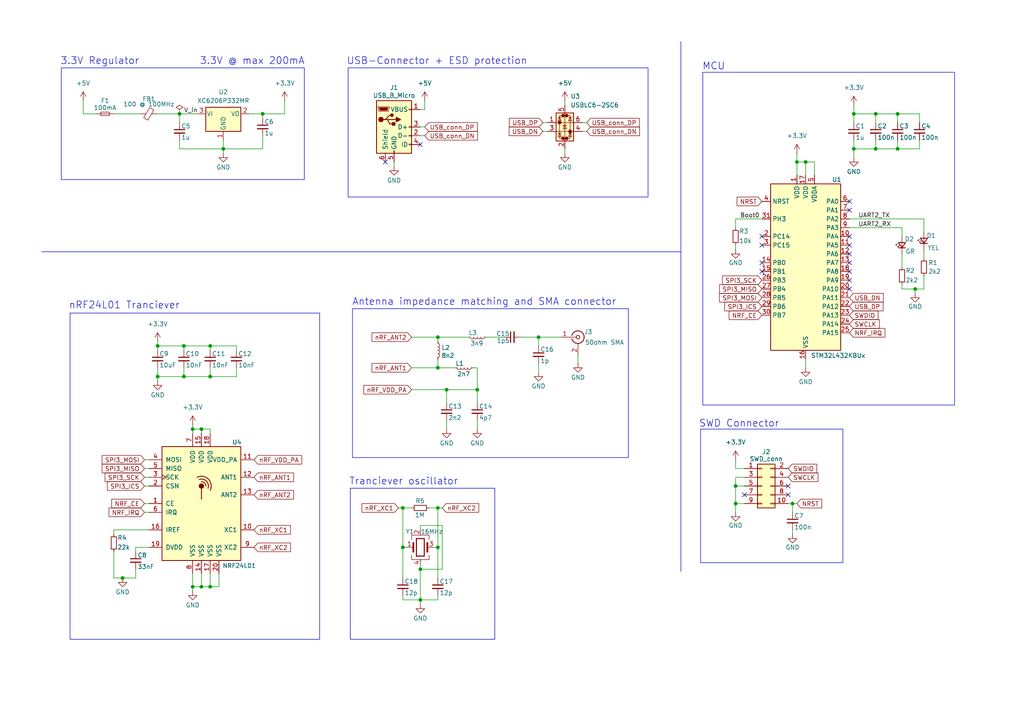
<source format=kicad_sch>
(kicad_sch (version 20231120) (generator "eeschema") (generator_version "8.0")
  (paper "A4")
  (title_block (title "STRF 2.4GHz RF-to-USB Dongle") (date "2025-05-05") (rev "Rev 1.0") (company "Siyar Onurlu"))
  (lib_symbols
    (symbol "Connector:Conn_Coaxial" (pin_names (offset 1.016) hide)
      (property "Reference" "J" (at 0.254 3.048 0))
      (property "Value" "Conn_Coaxial" (at 2.921 0 90))
      (symbol "Conn_Coaxial_0_1"
        (arc (start -1.778 -0.508) (mid 0.2311 -1.8066) (end 1.778 0) (stroke (width 0.254)))
        (polyline (pts (xy -2.54 0) (xy -0.508 0)))
        (polyline (pts (xy 0 -2.54) (xy 0 -1.778)))
        (circle (center 0 0) (radius 0.508) (stroke (width 0.2032)))
        (arc (start 1.778 0) (mid 0.2099 1.8101) (end -1.778 0.508) (stroke (width 0.254)))
      )
      (symbol "Conn_Coaxial_1_1"
        (pin passive line (at -5.08 0 0) (length 2.54) (name "In") (number "1"))
        (pin passive line (at 0 -5.08 90) (length 2.54) (name "Ext") (number "2"))
      )
    )
    (symbol "Connector:USB_B_Micro" (pin_names (offset 1.016))
      (property "Reference" "J" (at -5.08 11.43 0))
      (property "Value" "USB_B_Micro" (at -5.08 8.89 0))
      (symbol "USB_B_Micro_0_1"
        (rectangle (start -5.08 -7.62) (end 5.08 7.62) (stroke (width 0.254)) (fill (type background)))
        (circle (center -3.81 2.159) (radius 0.635) (stroke (width 0.254)) (fill (type outline)))
        (circle (center -0.635 3.429) (radius 0.381) (stroke (width 0.254)) (fill (type outline)))
        (rectangle (start -0.127 -7.62) (end 0.127 -6.858))
        (polyline (pts (xy -1.905 2.159) (xy 0.635 2.159)) (stroke (width 0.254)))
        (polyline (pts (xy -3.175 2.159) (xy -2.54 2.159) (xy -1.27 3.429) (xy -0.635 3.429)) (stroke (width 0.254)))
        (polyline (pts (xy -2.54 2.159) (xy -1.905 2.159) (xy -1.27 0.889) (xy 0 0.889)) (stroke (width 0.254)))
        (polyline (pts (xy 0.635 2.794) (xy 0.635 1.524) (xy 1.905 2.159) (xy 0.635 2.794)) (stroke (width 0.254)) (fill (type outline)))
        (polyline (pts (xy -4.318 5.588) (xy -1.778 5.588) (xy -2.032 4.826) (xy -4.064 4.826) (xy -4.318 5.588)) (fill (type outline)))
        (polyline (pts (xy -4.699 5.842) (xy -4.699 5.588) (xy -4.445 4.826) (xy -4.445 4.572) (xy -1.651 4.572) (xy -1.651 4.826) (xy -1.397 5.588) (xy -1.397 5.842) (xy -4.699 5.842)))
        (rectangle (start 0.254 1.27) (end -0.508 0.508) (stroke (width 0.254)) (fill (type outline)))
        (rectangle (start 5.08 -5.207) (end 4.318 -4.953))
        (rectangle (start 5.08 -2.667) (end 4.318 -2.413))
        (rectangle (start 5.08 -0.127) (end 4.318 0.127))
        (rectangle (start 5.08 4.953) (end 4.318 5.207))
      )
      (symbol "USB_B_Micro_1_1"
        (pin power_out line (at 7.62 5.08 180) (length 2.54) (name "VBUS") (number "1"))
        (pin bidirectional line (at 7.62 -2.54 180) (length 2.54) (name "D-") (number "2"))
        (pin bidirectional line (at 7.62 0 180) (length 2.54) (name "D+") (number "3"))
        (pin passive line (at 7.62 -5.08 180) (length 2.54) (name "ID") (number "4"))
        (pin power_out line (at 0 -10.16 90) (length 2.54) (name "GND") (number "5"))
        (pin passive line (at -2.54 -10.16 90) (length 2.54) (name "Shield") (number "6"))
      )
    )
    (symbol "Connector_Generic:Conn_02x05_Odd_Even" (pin_names (offset 1.016) hide)
      (property "Reference" "J" (at 1.27 7.62 0))
      (property "Value" "Conn_02x05_Odd_Even" (at 1.27 -7.62 0))
      (symbol "Conn_02x05_Odd_Even_1_1"
        (rectangle (start -1.27 -4.953) (end 0 -5.207) (stroke (width 0.1524)))
        (rectangle (start -1.27 -2.413) (end 0 -2.667) (stroke (width 0.1524)))
        (rectangle (start -1.27 0.127) (end 0 -0.127) (stroke (width 0.1524)))
        (rectangle (start -1.27 2.667) (end 0 2.413) (stroke (width 0.1524)))
        (rectangle (start -1.27 5.207) (end 0 4.953) (stroke (width 0.1524)))
        (rectangle (start -1.27 6.35) (end 3.81 -6.35) (stroke (width 0.254)) (fill (type background)))
        (rectangle (start 3.81 -4.953) (end 2.54 -5.207) (stroke (width 0.1524)))
        (rectangle (start 3.81 -2.413) (end 2.54 -2.667) (stroke (width 0.1524)))
        (rectangle (start 3.81 0.127) (end 2.54 -0.127) (stroke (width 0.1524)))
        (rectangle (start 3.81 2.667) (end 2.54 2.413) (stroke (width 0.1524)))
        (rectangle (start 3.81 5.207) (end 2.54 4.953) (stroke (width 0.1524)))
        (pin passive line (at -5.08 5.08 0) (length 3.81) (name "Pin_1") (number "1"))
        (pin passive line (at 7.62 -5.08 180) (length 3.81) (name "Pin_10") (number "10"))
        (pin passive line (at 7.62 5.08 180) (length 3.81) (name "Pin_2") (number "2"))
        (pin passive line (at -5.08 2.54 0) (length 3.81) (name "Pin_3") (number "3"))
        (pin passive line (at 7.62 2.54 180) (length 3.81) (name "Pin_4") (number "4"))
        (pin passive line (at -5.08 0 0) (length 3.81) (name "Pin_5") (number "5"))
        (pin passive line (at 7.62 0 180) (length 3.81) (name "Pin_6") (number "6"))
        (pin passive line (at -5.08 -2.54 0) (length 3.81) (name "Pin_7") (number "7"))
        (pin passive line (at 7.62 -2.54 180) (length 3.81) (name "Pin_8") (number "8"))
        (pin passive line (at -5.08 -5.08 0) (length 3.81) (name "Pin_9") (number "9"))
      )
    )
    (symbol "Device:C_Small" (pin_numbers hide) (pin_names (offset 0.254) hide)
      (property "Reference" "C" (at 0.254 1.778 0))
      (property "Value" "C_Small" (at 0.254 -2.032 0))
      (symbol "C_Small_0_1"
        (polyline (pts (xy -1.524 -0.508) (xy 1.524 -0.508)) (stroke (width 0.3302)))
        (polyline (pts (xy -1.524 0.508) (xy 1.524 0.508)) (stroke (width 0.3048)))
      )
      (symbol "C_Small_1_1"
        (pin passive line (at 0 2.54 270) (length 2.032) (name "~") (number "1"))
        (pin passive line (at 0 -2.54 90) (length 2.032) (name "~") (number "2"))
      )
    )
    (symbol "Device:Crystal_GND24" (pin_names (offset 1.016) hide)
      (property "Reference" "Y" (at 3.175 5.08 0))
      (property "Value" "Crystal_GND24" (at 3.175 3.175 0))
      (symbol "Crystal_GND24_0_1"
        (rectangle (start -1.143 2.54) (end 1.143 -2.54) (stroke (width 0.3048)))
        (polyline (pts (xy -2.54 0) (xy -2.032 0)))
        (polyline (pts (xy -2.032 -1.27) (xy -2.032 1.27)) (stroke (width 0.508)))
        (polyline (pts (xy 0 -3.81) (xy 0 -3.556)))
        (polyline (pts (xy 0 3.556) (xy 0 3.81)))
        (polyline (pts (xy 2.032 -1.27) (xy 2.032 1.27)) (stroke (width 0.508)))
        (polyline (pts (xy 2.032 0) (xy 2.54 0)))
        (polyline (pts (xy -2.54 -2.286) (xy -2.54 -3.556) (xy 2.54 -3.556) (xy 2.54 -2.286)))
        (polyline (pts (xy -2.54 2.286) (xy -2.54 3.556) (xy 2.54 3.556) (xy 2.54 2.286)))
      )
      (symbol "Crystal_GND24_1_1"
        (pin passive line (at -3.81 0 0) (length 1.27) (name "1") (number "1"))
        (pin passive line (at 0 5.08 270) (length 1.27) (name "2") (number "2"))
        (pin passive line (at 3.81 0 180) (length 1.27) (name "3") (number "3"))
        (pin passive line (at 0 -5.08 90) (length 1.27) (name "4") (number "4"))
      )
    )
    (symbol "Device:FerriteBead_Small" (pin_numbers hide) (pin_names (offset 0))
      (property "Reference" "FB" (at 1.905 1.27 0))
      (property "Value" "FerriteBead_Small" (at 1.905 -1.27 0))
      (symbol "FerriteBead_Small_0_1"
        (polyline (pts (xy 0 -1.27) (xy 0 -0.7874)))
        (polyline (pts (xy 0 0.889) (xy 0 1.2954)))
        (polyline (pts (xy -1.8288 0.2794) (xy -1.1176 1.4986) (xy 1.8288 -0.2032) (xy 1.1176 -1.4224) (xy -1.8288 0.2794)))
      )
      (symbol "FerriteBead_Small_1_1"
        (pin passive line (at 0 2.54 270) (length 1.27) (name "~") (number "1"))
        (pin passive line (at 0 -2.54 90) (length 1.27) (name "~") (number "2"))
      )
    )
    (symbol "Device:Fuse_Small" (pin_numbers hide) (pin_names (offset 0.254) hide)
      (property "Reference" "F" (at 0 -1.524 0))
      (property "Value" "Fuse_Small" (at 0 1.524 0))
      (symbol "Fuse_Small_0_1"
        (rectangle (start -1.27 0.508) (end 1.27 -0.508))
        (polyline (pts (xy -1.27 0) (xy 1.27 0)))
      )
      (symbol "Fuse_Small_1_1"
        (pin passive line (at -2.54 0 0) (length 1.27) (name "~") (number "1"))
        (pin passive line (at 2.54 0 180) (length 1.27) (name "~") (number "2"))
      )
    )
    (symbol "Device:LED_Small" (pin_numbers hide) (pin_names (offset 0.254) hide)
      (property "Reference" "D" (at -1.27 3.175 0))
      (property "Value" "LED_Small" (at -4.445 -2.54 0))
      (symbol "LED_Small_0_1"
        (polyline (pts (xy -0.762 -1.016) (xy -0.762 1.016)) (stroke (width 0.254)))
        (polyline (pts (xy 1.016 0) (xy -0.762 0)))
        (polyline (pts (xy 0.762 -1.016) (xy -0.762 0) (xy 0.762 1.016) (xy 0.762 -1.016)) (stroke (width 0.254)))
        (polyline (pts (xy 0 0.762) (xy -0.508 1.27) (xy -0.254 1.27) (xy -0.508 1.27) (xy -0.508 1.016)))
        (polyline (pts (xy 0.508 1.27) (xy 0 1.778) (xy 0.254 1.778) (xy 0 1.778) (xy 0 1.524)))
      )
      (symbol "LED_Small_1_1"
        (pin passive line (at -2.54 0 0) (length 1.778) (name "K") (number "1"))
        (pin passive line (at 2.54 0 180) (length 1.778) (name "A") (number "2"))
      )
    )
    (symbol "Device:L_Small" (pin_numbers hide) (pin_names (offset 0.254) hide)
      (property "Reference" "L" (at 0.762 1.016 0))
      (property "Value" "L_Small" (at 0.762 -1.016 0))
      (symbol "L_Small_0_1"
        (arc (start 0 -2.032) (mid 0.5058 -1.524) (end 0 -1.016))
        (arc (start 0 -1.016) (mid 0.5058 -0.508) (end 0 0))
        (arc (start 0 0) (mid 0.5058 0.508) (end 0 1.016))
        (arc (start 0 1.016) (mid 0.5058 1.524) (end 0 2.032))
      )
      (symbol "L_Small_1_1"
        (pin passive line (at 0 2.54 270) (length 0.508) (name "~") (number "1"))
        (pin passive line (at 0 -2.54 90) (length 0.508) (name "~") (number "2"))
      )
    )
    (symbol "Device:R_Small" (pin_numbers hide) (pin_names (offset 0.254) hide)
      (property "Reference" "R" (at 0.762 0.508 0))
      (property "Value" "R_Small" (at 0.762 -1.016 0))
      (symbol "R_Small_0_1"
        (rectangle (start -0.762 1.778) (end 0.762 -1.778) (stroke (width 0.2032)))
      )
      (symbol "R_Small_1_1"
        (pin passive line (at 0 2.54 270) (length 0.762) (name "~") (number "1"))
        (pin passive line (at 0 -2.54 90) (length 0.762) (name "~") (number "2"))
      )
    )
    (symbol "MCU_ST_STM32L4:STM32L432KBUx"
      (property "Reference" "U" (at -10.16 26.67 0))
      (property "Value" "STM32L432KBUx" (at 5.08 26.67 0))
      (symbol "STM32L432KBUx_0_1"
        (rectangle (start -10.16 -22.86) (end 10.16 25.4) (stroke (width 0.254)) (fill (type background)))
      )
      (symbol "STM32L432KBUx_1_1"
        (pin power_in line (at -2.54 27.94 270) (length 2.54) (name "VDD") (number "1"))
        (pin bidirectional line (at 12.7 10.16 180) (length 2.54) (name "PA4") (number "10"))
        (pin bidirectional line (at 12.7 7.62 180) (length 2.54) (name "PA5") (number "11"))
        (pin bidirectional line (at 12.7 5.08 180) (length 2.54) (name "PA6") (number "12"))
        (pin bidirectional line (at 12.7 2.54 180) (length 2.54) (name "PA7") (number "13"))
        (pin bidirectional line (at -12.7 2.54 0) (length 2.54) (name "PB0") (number "14"))
        (pin bidirectional line (at -12.7 0 0) (length 2.54) (name "PB1") (number "15"))
        (pin power_in line (at 0 -25.4 90) (length 2.54) (name "VSS") (number "16"))
        (pin power_in line (at 0 27.94 270) (length 2.54) (name "VDD") (number "17"))
        (pin bidirectional line (at 12.7 0 180) (length 2.54) (name "PA8") (number "18"))
        (pin bidirectional line (at 12.7 -2.54 180) (length 2.54) (name "PA9") (number "19"))
        (pin bidirectional line (at -12.7 10.16 0) (length 2.54) (name "PC14") (number "2"))
        (pin bidirectional line (at 12.7 -5.08 180) (length 2.54) (name "PA10") (number "20"))
        (pin bidirectional line (at 12.7 -7.62 180) (length 2.54) (name "PA11") (number "21"))
        (pin bidirectional line (at 12.7 -10.16 180) (length 2.54) (name "PA12") (number "22"))
        (pin bidirectional line (at 12.7 -12.7 180) (length 2.54) (name "PA13") (number "23"))
        (pin bidirectional line (at 12.7 -15.24 180) (length 2.54) (name "PA14") (number "24"))
        (pin bidirectional line (at 12.7 -17.78 180) (length 2.54) (name "PA15") (number "25"))
        (pin bidirectional line (at -12.7 -2.54 0) (length 2.54) (name "PB3") (number "26"))
        (pin bidirectional line (at -12.7 -5.08 0) (length 2.54) (name "PB4") (number "27"))
        (pin bidirectional line (at -12.7 -7.62 0) (length 2.54) (name "PB5") (number "28"))
        (pin bidirectional line (at -12.7 -10.16 0) (length 2.54) (name "PB6") (number "29"))
        (pin bidirectional line (at -12.7 7.62 0) (length 2.54) (name "PC15") (number "3"))
        (pin bidirectional line (at -12.7 -12.7 0) (length 2.54) (name "PB7") (number "30"))
        (pin bidirectional line (at -12.7 15.24 0) (length 2.54) (name "PH3") (number "31"))
        (pin passive line (at 0 -25.4 90) (length 2.54) hide (name "VSS") (number "32"))
        (pin passive line (at 0 -25.4 90) (length 2.54) hide (name "VSS") (number "33"))
        (pin input line (at -12.7 20.32 0) (length 2.54) (name "NRST") (number "4"))
        (pin power_in line (at 2.54 27.94 270) (length 2.54) (name "VDDA") (number "5"))
        (pin bidirectional line (at 12.7 20.32 180) (length 2.54) (name "PA0") (number "6"))
        (pin bidirectional line (at 12.7 17.78 180) (length 2.54) (name "PA1") (number "7"))
        (pin bidirectional line (at 12.7 15.24 180) (length 2.54) (name "PA2") (number "8"))
        (pin bidirectional line (at 12.7 12.7 180) (length 2.54) (name "PA3") (number "9"))
      )
    )
    (symbol "Power_Protection:USBLC6-2SC6" (pin_names hide)
      (property "Reference" "U" (at 0.635 5.715 0))
      (property "Value" "USBLC6-2SC6" (at 0.635 3.81 0))
      (symbol "USBLC6-2SC6_0_0"
        (circle (center -1.524 0) (radius 0.0001) (stroke (width 0.508)))
        (circle (center -0.508 -4.572) (radius 0.0001) (stroke (width 0.508)))
        (circle (center -0.508 2.032) (radius 0.0001) (stroke (width 0.508)))
        (circle (center 0.508 -4.572) (radius 0.0001) (stroke (width 0.508)))
        (circle (center 0.508 2.032) (radius 0.0001) (stroke (width 0.508)))
        (circle (center 1.524 -2.54) (radius 0.0001) (stroke (width 0.508)))
      )
      (symbol "USBLC6-2SC6_0_1"
        (polyline (pts (xy -2.54 -2.54) (xy 2.54 -2.54)))
        (polyline (pts (xy -2.54 0) (xy 2.54 0)))
        (polyline (pts (xy -2.032 -3.048) (xy -1.016 -3.048)))
        (polyline (pts (xy -1.016 1.524) (xy -2.032 1.524)))
        (polyline (pts (xy 1.016 -3.048) (xy 2.032 -3.048)))
        (polyline (pts (xy 1.016 1.524) (xy 2.032 1.524)))
        (polyline (pts (xy -0.508 -1.143) (xy -0.508 -0.762) (xy 0.508 -0.762)))
        (polyline (pts (xy -2.032 0.508) (xy -1.016 0.508) (xy -1.524 1.524) (xy -2.032 0.508)))
        (polyline (pts (xy -1.016 -4.064) (xy -2.032 -4.064) (xy -1.524 -3.048) (xy -1.016 -4.064)))
        (polyline (pts (xy 0.508 -1.778) (xy -0.508 -1.778) (xy 0 -0.762) (xy 0.508 -1.778)))
        (polyline (pts (xy 2.032 -4.064) (xy 1.016 -4.064) (xy 1.524 -3.048) (xy 2.032 -4.064)))
        (polyline (pts (xy 2.032 0.508) (xy 1.016 0.508) (xy 1.524 1.524) (xy 2.032 0.508)))
        (polyline (pts (xy 0 2.54) (xy -0.508 2.032) (xy 0.508 2.032) (xy 0 1.524) (xy 0 -4.064) (xy -0.508 -4.572) (xy 0.508 -4.572) (xy 0 -5.08)))
      )
      (symbol "USBLC6-2SC6_1_1"
        (rectangle (start -2.54 2.794) (end 2.54 -5.334) (stroke (width 0.254)) (fill (type background)))
        (polyline (pts (xy -0.508 2.032) (xy -1.524 2.032) (xy -1.524 -4.572) (xy -0.508 -4.572)))
        (polyline (pts (xy 0.508 -4.572) (xy 1.524 -4.572) (xy 1.524 2.032) (xy 0.508 2.032)))
        (pin passive line (at -5.08 0 0) (length 2.54) (name "I/O1") (number "1"))
        (pin passive line (at 0 -7.62 90) (length 2.54) (name "GND") (number "2"))
        (pin passive line (at -5.08 -2.54 0) (length 2.54) (name "I/O2") (number "3"))
        (pin passive line (at 5.08 -2.54 180) (length 2.54) (name "I/O2") (number "4"))
        (pin passive line (at 0 5.08 270) (length 2.54) (name "VBUS") (number "5"))
        (pin passive line (at 5.08 0 180) (length 2.54) (name "I/O1") (number "6"))
      )
    )
    (symbol "RF:NRF24L01" (pin_names (offset 1.016))
      (property "Reference" "U" (at -11.43 17.78 0))
      (property "Value" "NRF24L01" (at 5.08 17.78 0))
      (symbol "NRF24L01_0_1"
        (rectangle (start -11.43 16.51) (end 11.43 -16.51) (stroke (width 0.254)) (fill (type background)))
        (polyline (pts (xy 0 4.445) (xy 0 1.27)) (stroke (width 0.254)))
        (circle (center 0 5.08) (radius 0.635) (stroke (width 0.254)) (fill (type outline)))
        (arc (start 1.27 5.08) (mid 0.9071 5.9946) (end 0 6.35) (stroke (width 0.254)))
        (arc (start 1.905 4.445) (mid 1.4313 6.5254) (end -0.635 6.985) (stroke (width 0.254)))
        (arc (start 2.54 3.81) (mid 2.008 7.088) (end -1.27 7.62) (stroke (width 0.254)))
        (rectangle (start 11.43 -13.97) (end 11.43 -13.97))
      )
      (symbol "NRF24L01_1_1"
        (pin input line (at -15.24 0 0) (length 3.81) (name "CE") (number "1"))
        (pin passive line (at 15.24 -7.62 180) (length 3.81) (name "XC1") (number "10"))
        (pin power_out line (at 15.24 12.7 180) (length 3.81) (name "VDD_PA") (number "11"))
        (pin passive line (at 15.24 7.62 180) (length 3.81) (name "ANT1") (number "12"))
        (pin passive line (at 15.24 2.54 180) (length 3.81) (name "ANT2") (number "13"))
        (pin power_in line (at 0 -20.32 90) (length 3.81) (name "VSS") (number "14"))
        (pin power_in line (at 0 20.32 270) (length 3.81) (name "VDD") (number "15"))
        (pin passive line (at -15.24 -7.62 0) (length 3.81) (name "IREF") (number "16"))
        (pin power_in line (at 2.54 -20.32 90) (length 3.81) (name "VSS") (number "17"))
        (pin power_in line (at 2.54 20.32 270) (length 3.81) (name "VDD") (number "18"))
        (pin power_out line (at -15.24 -12.7 0) (length 3.81) (name "DVDD") (number "19"))
        (pin input line (at -15.24 5.08 0) (length 3.81) (name "CSN") (number "2"))
        (pin power_in line (at 5.08 -20.32 90) (length 3.81) (name "VSS") (number "20"))
        (pin input clock (at -15.24 7.62 0) (length 3.81) (name "SCK") (number "3"))
        (pin input line (at -15.24 12.7 0) (length 3.81) (name "MOSI") (number "4"))
        (pin output line (at -15.24 10.16 0) (length 3.81) (name "MISO") (number "5"))
        (pin output line (at -15.24 -2.54 0) (length 3.81) (name "IRQ") (number "6"))
        (pin power_in line (at -2.54 20.32 270) (length 3.81) (name "VDD") (number "7"))
        (pin power_in line (at -2.54 -20.32 90) (length 3.81) (name "VSS") (number "8"))
        (pin passive line (at 15.24 -12.7 180) (length 3.81) (name "XC2") (number "9"))
      )
    )
    (symbol "Regulator_Linear:XC6206PxxxMR" (pin_names (offset 0.254))
      (property "Reference" "U" (at -3.81 3.175 0))
      (property "Value" "XC6206PxxxMR" (at 0 3.175 0))
      (symbol "XC6206PxxxMR_0_1"
        (rectangle (start -5.08 1.905) (end 5.08 -5.08) (stroke (width 0.254)) (fill (type background)))
      )
      (symbol "XC6206PxxxMR_1_1"
        (pin power_in line (at 0 -7.62 90) (length 2.54) (name "GND") (number "1"))
        (pin power_out line (at 7.62 0 180) (length 2.54) (name "VO") (number "2"))
        (pin power_in line (at -7.62 0 0) (length 2.54) (name "VI") (number "3"))
      )
    )
    (symbol "power:+3.3V" (power) (pin_numbers hide) (pin_names (offset 0) hide)
      (property "Value" "+3.3V" (at 0 3.556 0))
      (symbol "+3.3V_0_1"
        (polyline (pts (xy -0.762 1.27) (xy 0 2.54)))
        (polyline (pts (xy 0 0) (xy 0 2.54)))
        (polyline (pts (xy 0 2.54) (xy 0.762 1.27)))
      )
      (symbol "+3.3V_1_1"
        (pin power_in line (at 0 0 90) (length 0) (name "~") (number "1"))
      )
    )
    (symbol "power:+5V" (power) (pin_numbers hide) (pin_names (offset 0) hide)
      (property "Value" "+5V" (at 0 3.556 0))
      (symbol "+5V_0_1"
        (polyline (pts (xy -0.762 1.27) (xy 0 2.54)))
        (polyline (pts (xy 0 0) (xy 0 2.54)))
        (polyline (pts (xy 0 2.54) (xy 0.762 1.27)))
      )
      (symbol "+5V_1_1"
        (pin power_in line (at 0 0 90) (length 0) (name "~") (number "1"))
      )
    )
    (symbol "power:GND" (power) (pin_numbers hide) (pin_names (offset 0) hide)
      (property "Value" "GND" (at 0 -3.81 0))
      (symbol "GND_0_1"
        (polyline (pts (xy 0 0) (xy 0 -1.27) (xy 1.27 -1.27) (xy 0 -2.54) (xy -1.27 -1.27) (xy 0 -1.27)))
      )
      (symbol "GND_1_1"
        (pin power_in line (at 0 0 270) (length 0) (name "~") (number "1"))
      )
    )
    (symbol "power:PWR_FLAG" (power) (pin_numbers hide) (pin_names (offset 0) hide)
      (property "Value" "PWR_FLAG" (at 0 3.81 0))
      (symbol "PWR_FLAG_0_0"
        (pin power_out line (at 0 0 90) (length 0) (name "~") (number "1"))
      )
      (symbol "PWR_FLAG_0_1"
        (polyline (pts (xy 0 0) (xy 0 1.27) (xy -1.016 1.905) (xy 0 2.54) (xy 1.016 1.905) (xy 0 1.27)))
      )
    )
  )
  (junction (at 247.65 43.18))
  (junction (at 213.36 140.97))
  (junction (at 127 147.32))
  (junction (at 60.96 170.18))
  (junction (at 213.36 146.05))
  (junction (at 45.72 100.33))
  (junction (at 116.84 147.32))
  (junction (at 247.65 33.02))
  (junction (at 260.35 43.18))
  (junction (at 129.54 113.03))
  (junction (at 55.88 124.46))
  (junction (at 127 106.68))
  (junction (at 35.56 167.64))
  (junction (at 254 43.18))
  (junction (at 60.96 100.33))
  (junction (at 260.35 33.02))
  (junction (at 58.42 170.18))
  (junction (at 127 97.79))
  (junction (at 265.43 83.82))
  (junction (at 233.68 46.99))
  (junction (at 52.07 33.02))
  (junction (at 229.87 146.05))
  (junction (at 58.42 124.46))
  (junction (at 121.92 173.99))
  (junction (at 116.84 158.75))
  (junction (at 121.92 165.1))
  (junction (at 138.43 113.03))
  (junction (at 45.72 109.22))
  (junction (at 127 158.75))
  (junction (at 60.96 109.22))
  (junction (at 53.34 100.33))
  (junction (at 76.2 33.02))
  (junction (at 254 33.02))
  (junction (at 55.88 170.18))
  (junction (at 231.14 46.99))
  (junction (at 156.21 97.79))
  (junction (at 64.77 43.18))
  (junction (at 53.34 109.22))
  (no_connect (at 215.9 143.51))
  (no_connect (at 220.98 68.58))
  (no_connect (at 246.38 81.28))
  (no_connect (at 228.6 140.97))
  (no_connect (at 246.38 71.12))
  (no_connect (at 111.76 46.99))
  (no_connect (at 220.98 71.12))
  (no_connect (at 246.38 76.2))
  (no_connect (at 246.38 83.82))
  (no_connect (at 228.6 143.51))
  (no_connect (at 246.38 68.58))
  (no_connect (at 246.38 73.66))
  (no_connect (at 246.38 60.96))
  (no_connect (at 220.98 78.74))
  (no_connect (at 246.38 78.74))
  (no_connect (at 121.92 41.91))
  (no_connect (at 220.98 76.2))
  (no_connect (at 246.38 58.42))
  (wire (pts (xy 121.92 173.99) (xy 127 173.99)))
  (wire (pts (xy 68.58 100.33) (xy 60.96 100.33)))
  (wire (pts (xy 246.38 63.5) (xy 267.97 63.5)))
  (wire (pts (xy 213.36 140.97) (xy 213.36 138.43)))
  (wire (pts (xy 64.77 40.64) (xy 64.77 43.18)))
  (wire (pts (xy 138.43 121.92) (xy 138.43 124.46)))
  (wire (pts (xy 45.72 109.22) (xy 45.72 110.49)))
  (wire (pts (xy 156.21 105.41) (xy 156.21 107.95)))
  (wire (pts (xy 156.21 97.79) (xy 156.21 100.33)))
  (wire (pts (xy 41.91 148.59) (xy 43.18 148.59)))
  (wire (pts (xy 213.36 146.05) (xy 213.36 148.59)))
  (wire (pts (xy 127 158.75) (xy 125.73 158.75)))
  (wire (pts (xy 260.35 33.02) (xy 266.7 33.02)))
  (wire (pts (xy 68.58 101.6) (xy 68.58 100.33)))
  (wire (pts (xy 127 147.32) (xy 127 158.75)))
  (wire (pts (xy 129.54 121.92) (xy 129.54 124.46)))
  (wire (pts (xy 229.87 153.67) (xy 229.87 154.94)))
  (wire (pts (xy 229.87 148.59) (xy 229.87 146.05)))
  (wire (pts (xy 41.91 146.05) (xy 43.18 146.05)))
  (wire (pts (xy 254 33.02) (xy 260.35 33.02)))
  (wire (pts (xy 267.97 72.39) (xy 267.97 74.93)))
  (wire (pts (xy 231.14 44.45) (xy 231.14 46.99)))
  (wire (pts (xy 41.91 135.89) (xy 43.18 135.89)))
  (wire (pts (xy 121.92 31.75) (xy 123.19 31.75)))
  (wire (pts (xy 52.07 40.64) (xy 52.07 43.18)))
  (wire (pts (xy 215.9 140.97) (xy 213.36 140.97)))
  (wire (pts (xy 33.02 33.02) (xy 40.64 33.02)))
  (wire (pts (xy 246.38 66.04) (xy 261.62 66.04)))
  (wire (pts (xy 60.96 100.33) (xy 60.96 101.6)))
  (wire (pts (xy 261.62 73.66) (xy 261.62 77.47)))
  (wire (pts (xy 82.55 33.02) (xy 82.55 29.21)))
  (wire (pts (xy 33.02 153.67) (xy 33.02 154.94)))
  (wire (pts (xy 247.65 43.18) (xy 247.65 45.72)))
  (wire (pts (xy 33.02 153.67) (xy 43.18 153.67)))
  (wire (pts (xy 116.84 147.32) (xy 116.84 158.75)))
  (wire (pts (xy 128.27 152.4) (xy 128.27 165.1)))
  (wire (pts (xy 163.83 43.18) (xy 163.83 44.45)))
  (wire (pts (xy 261.62 82.55) (xy 261.62 83.82)))
  (wire (pts (xy 121.92 153.67) (xy 121.92 152.4)))
  (wire (pts (xy 129.54 113.03) (xy 129.54 116.84)))
  (wire (pts (xy 260.35 40.64) (xy 260.35 43.18)))
  (wire (pts (xy 52.07 43.18) (xy 64.77 43.18)))
  (wire (pts (xy 55.88 170.18) (xy 55.88 171.45)))
  (wire (pts (xy 116.84 158.75) (xy 118.11 158.75)))
  (wire (pts (xy 168.91 38.1) (xy 170.18 38.1)))
  (wire (pts (xy 138.43 106.68) (xy 137.16 106.68)))
  (wire (pts (xy 63.5 166.37) (xy 63.5 170.18)))
  (wire (pts (xy 53.34 109.22) (xy 60.96 109.22)))
  (wire (pts (xy 127 172.72) (xy 127 173.99)))
  (wire (pts (xy 254 40.64) (xy 254 43.18)))
  (wire (pts (xy 64.77 43.18) (xy 64.77 44.45)))
  (wire (pts (xy 43.18 158.75) (xy 39.37 158.75)))
  (wire (pts (xy 213.36 71.12) (xy 213.36 72.39)))
  (wire (pts (xy 138.43 113.03) (xy 138.43 106.68)))
  (wire (pts (xy 266.7 40.64) (xy 266.7 43.18)))
  (wire (pts (xy 229.87 146.05) (xy 231.14 146.05)))
  (wire (pts (xy 55.88 123.19) (xy 55.88 124.46)))
  (wire (pts (xy 157.48 38.1) (xy 158.75 38.1)))
  (wire (pts (xy 233.68 46.99) (xy 231.14 46.99)))
  (wire (pts (xy 58.42 124.46) (xy 55.88 124.46)))
  (wire (pts (xy 116.84 173.99) (xy 121.92 173.99)))
  (wire (pts (xy 213.36 146.05) (xy 213.36 140.97)))
  (wire (pts (xy 58.42 124.46) (xy 58.42 125.73)))
  (wire (pts (xy 60.96 166.37) (xy 60.96 170.18)))
  (wire (pts (xy 64.77 43.18) (xy 76.2 43.18)))
  (wire (pts (xy 167.64 102.87) (xy 167.64 105.41)))
  (wire (pts (xy 254 43.18) (xy 247.65 43.18)))
  (wire (pts (xy 116.84 147.32) (xy 119.38 147.32)))
  (wire (pts (xy 121.92 36.83) (xy 123.19 36.83)))
  (wire (pts (xy 215.9 146.05) (xy 213.36 146.05)))
  (wire (pts (xy 267.97 80.01) (xy 267.97 83.82)))
  (wire (pts (xy 215.9 135.89) (xy 213.36 135.89)))
  (wire (pts (xy 45.72 106.68) (xy 45.72 109.22)))
  (wire (pts (xy 247.65 33.02) (xy 247.65 35.56)))
  (wire (pts (xy 55.88 124.46) (xy 55.88 125.73)))
  (wire (pts (xy 127 147.32) (xy 128.27 147.32)))
  (wire (pts (xy 229.87 146.05) (xy 228.6 146.05)))
  (wire (pts (xy 123.19 31.75) (xy 123.19 29.21)))
  (wire (pts (xy 266.7 43.18) (xy 260.35 43.18)))
  (wire (pts (xy 119.38 106.68) (xy 127 106.68)))
  (wire (pts (xy 45.72 109.22) (xy 53.34 109.22)))
  (wire (pts (xy 72.39 33.02) (xy 76.2 33.02)))
  (wire (pts (xy 45.72 100.33) (xy 45.72 101.6)))
  (wire (pts (xy 266.7 33.02) (xy 266.7 35.56)))
  (wire (pts (xy 39.37 167.64) (xy 35.56 167.64)))
  (wire (pts (xy 52.07 35.56) (xy 52.07 33.02)))
  (wire (pts (xy 33.02 160.02) (xy 33.02 167.64)))
  (wire (pts (xy 58.42 170.18) (xy 55.88 170.18)))
  (wire (pts (xy 119.38 113.03) (xy 129.54 113.03)))
  (wire (pts (xy 121.92 152.4) (xy 128.27 152.4)))
  (wire (pts (xy 76.2 34.29) (xy 76.2 33.02)))
  (wire (pts (xy 254 33.02) (xy 254 35.56)))
  (wire (pts (xy 24.13 33.02) (xy 27.94 33.02)))
  (wire (pts (xy 127 106.68) (xy 127 104.14)))
  (wire (pts (xy 163.83 29.21) (xy 163.83 30.48)))
  (wire (pts (xy 157.48 35.56) (xy 158.75 35.56)))
  (wire (pts (xy 39.37 158.75) (xy 39.37 160.02)))
  (wire (pts (xy 76.2 33.02) (xy 82.55 33.02)))
  (wire (pts (xy 45.72 99.06) (xy 45.72 100.33)))
  (wire (pts (xy 68.58 109.22) (xy 68.58 106.68)))
  (wire (pts (xy 261.62 66.04) (xy 261.62 68.58)))
  (wire (pts (xy 261.62 83.82) (xy 265.43 83.82)))
  (wire (pts (xy 213.36 135.89) (xy 213.36 133.35)))
  (wire (pts (xy 55.88 166.37) (xy 55.88 170.18)))
  (wire (pts (xy 233.68 50.8) (xy 233.68 46.99)))
  (wire (pts (xy 114.3 46.99) (xy 114.3 48.26)))
  (wire (pts (xy 76.2 39.37) (xy 76.2 43.18)))
  (wire (pts (xy 236.22 46.99) (xy 233.68 46.99)))
  (wire (pts (xy 116.84 172.72) (xy 116.84 173.99)))
  (wire (pts (xy 45.72 33.02) (xy 52.07 33.02)))
  (wire (pts (xy 220.98 63.5) (xy 213.36 63.5)))
  (wire (pts (xy 151.13 97.79) (xy 156.21 97.79)))
  (wire (pts (xy 138.43 113.03) (xy 129.54 113.03)))
  (polyline (pts (xy 12.065 73.025) (xy 197.485 73.025)))
  (wire (pts (xy 247.65 33.02) (xy 254 33.02)))
  (wire (pts (xy 213.36 63.5) (xy 213.36 66.04)))
  (wire (pts (xy 116.84 158.75) (xy 116.84 167.64)))
  (wire (pts (xy 267.97 63.5) (xy 267.97 67.31)))
  (wire (pts (xy 124.46 147.32) (xy 127 147.32)))
  (wire (pts (xy 39.37 165.1) (xy 39.37 167.64)))
  (wire (pts (xy 41.91 133.35) (xy 43.18 133.35)))
  (wire (pts (xy 121.92 173.99) (xy 121.92 175.26)))
  (wire (pts (xy 53.34 100.33) (xy 45.72 100.33)))
  (wire (pts (xy 128.27 165.1) (xy 121.92 165.1)))
  (wire (pts (xy 156.21 97.79) (xy 162.56 97.79)))
  (wire (pts (xy 213.36 138.43) (xy 215.9 138.43)))
  (wire (pts (xy 33.02 167.64) (xy 35.56 167.64)))
  (polyline (pts (xy 197.485 12.065) (xy 197.485 165.735)))
  (wire (pts (xy 60.96 125.73) (xy 60.96 124.46)))
  (wire (pts (xy 121.92 165.1) (xy 121.92 163.83)))
  (wire (pts (xy 121.92 39.37) (xy 123.19 39.37)))
  (wire (pts (xy 132.08 106.68) (xy 127 106.68)))
  (wire (pts (xy 60.96 106.68) (xy 60.96 109.22)))
  (wire (pts (xy 127 99.06) (xy 127 97.79)))
  (wire (pts (xy 127 158.75) (xy 127 167.64)))
  (wire (pts (xy 60.96 100.33) (xy 53.34 100.33)))
  (wire (pts (xy 58.42 166.37) (xy 58.42 170.18)))
  (wire (pts (xy 63.5 170.18) (xy 60.96 170.18)))
  (wire (pts (xy 260.35 33.02) (xy 260.35 35.56)))
  (wire (pts (xy 231.14 46.99) (xy 231.14 50.8)))
  (wire (pts (xy 236.22 50.8) (xy 236.22 46.99)))
  (wire (pts (xy 53.34 100.33) (xy 53.34 101.6)))
  (wire (pts (xy 233.68 104.14) (xy 233.68 106.68)))
  (wire (pts (xy 24.13 29.21) (xy 24.13 33.02)))
  (wire (pts (xy 127 97.79) (xy 135.89 97.79)))
  (wire (pts (xy 168.91 35.56) (xy 170.18 35.56)))
  (wire (pts (xy 115.57 147.32) (xy 116.84 147.32)))
  (wire (pts (xy 60.96 124.46) (xy 58.42 124.46)))
  (wire (pts (xy 260.35 43.18) (xy 254 43.18)))
  (wire (pts (xy 53.34 106.68) (xy 53.34 109.22)))
  (wire (pts (xy 265.43 83.82) (xy 265.43 85.09)))
  (wire (pts (xy 121.92 165.1) (xy 121.92 173.99)))
  (wire (pts (xy 247.65 40.64) (xy 247.65 43.18)))
  (wire (pts (xy 140.97 97.79) (xy 146.05 97.79)))
  (wire (pts (xy 247.65 30.48) (xy 247.65 33.02)))
  (wire (pts (xy 41.91 140.97) (xy 43.18 140.97)))
  (wire (pts (xy 267.97 83.82) (xy 265.43 83.82)))
  (wire (pts (xy 60.96 109.22) (xy 68.58 109.22)))
  (wire (pts (xy 119.38 97.79) (xy 127 97.79)))
  (wire (pts (xy 41.91 138.43) (xy 43.18 138.43)))
  (wire (pts (xy 138.43 113.03) (xy 138.43 116.84)))
  (wire (pts (xy 52.07 33.02) (xy 57.15 33.02)))
  (wire (pts (xy 60.96 170.18) (xy 58.42 170.18)))
  (rectangle (start 100.965 19.685) (end 187.96 57.15))
  (rectangle (start 203.2 124.46) (end 244.475 163.195))
  (rectangle (start 203.835 20.955) (end 276.86 117.475))
  (rectangle (start 102.235 89.535) (end 182.245 132.715))
  (rectangle (start 20.32 90.805) (end 92.71 185.42))
  (rectangle (start 17.78 19.685) (end 88.265 52.07))
  (rectangle (start 101.6 141.605) (end 143.51 185.42))
  (text "SWD Connector\n" (at 214.376 122.936 0) (effects (font (size 2.032 2.032))))
  (text "Antenna impedance matching and SMA connector\n" (at 140.462 87.63 0) (effects (font (size 2.032 2.032))))
  (text "3.3V Regulator" (at 28.956 17.78 0) (effects (font (size 2.032 2.032))))
  (text "MCU\n" (at 207.01 19.304 0) (effects (font (size 2.032 2.032))))
  (text "3.3V @ max 200mA\n" (at 73.152 17.78 0) (effects (font (size 2.032 2.032))))
  (text "nRF24L01 Tranciever" (at 36.068 88.646 0) (effects (font (size 2.032 2.032))))
  (text "Tranciever oscillator\n" (at 117.094 139.7 0) (effects (font (size 2.032 2.032))))
  (text "USB-Connector + ESD protection\n" (at 126.746 17.78 0) (effects (font (size 2.032 2.032))))
  (label "UART2_RX" (at 248.92 66.04 0))
  (label "Boot0" (at 214.63 63.5 0))
  (label "UART2_TX" (at 248.92 63.5 0))
  (label "V_in" (at 53.34 33.02 0))
  (global_label "SPI3_MOSI" (shape input) (at 220.98 86.36 180) (property "Intersheetrefs" "${INTERSHEET_REFS}" (effects (hide yes))))
  (global_label "nRF_VDD_PA" (shape input) (at 73.66 133.35 0) (property "Intersheetrefs" "${INTERSHEET_REFS}" (effects (hide yes))))
  (global_label "SWDIO" (shape input) (at 228.6 135.89 0) (property "Intersheetrefs" "${INTERSHEET_REFS}" (effects (hide yes))))
  (global_label "USB_DP" (shape input) (at 246.38 88.9 0) (property "Intersheetrefs" "${INTERSHEET_REFS}" (effects (hide yes))))
  (global_label "SPI3_SCK" (shape input) (at 41.91 138.43 180) (property "Intersheetrefs" "${INTERSHEET_REFS}" (effects (hide yes))))
  (global_label "nRF_ANT1" (shape input) (at 73.66 138.43 0) (property "Intersheetrefs" "${INTERSHEET_REFS}" (effects (hide yes))))
  (global_label "NRF_IRQ" (shape input) (at 246.38 96.52 0) (property "Intersheetrefs" "${INTERSHEET_REFS}" (effects (hide yes))))
  (global_label "NRF_IRQ" (shape input) (at 41.91 148.59 180) (property "Intersheetrefs" "${INTERSHEET_REFS}" (effects (hide yes))))
  (global_label "nRF_XC2" (shape input) (at 73.66 158.75 0) (property "Intersheetrefs" "${INTERSHEET_REFS}" (effects (hide yes))))
  (global_label "USB_conn_DP" (shape input) (at 123.19 36.83 0) (property "Intersheetrefs" "${INTERSHEET_REFS}" (effects (hide yes))))
  (global_label "nRF_XC2" (shape input) (at 128.27 147.32 0) (property "Intersheetrefs" "${INTERSHEET_REFS}" (effects (hide yes))))
  (global_label "nRF_ANT1" (shape input) (at 119.38 106.68 180) (property "Intersheetrefs" "${INTERSHEET_REFS}" (effects (hide yes))))
  (global_label "nRF_ANT2" (shape input) (at 119.38 97.79 180) (property "Intersheetrefs" "${INTERSHEET_REFS}" (effects (hide yes))))
  (global_label "SWCLK" (shape input) (at 228.6 138.43 0) (property "Intersheetrefs" "${INTERSHEET_REFS}" (effects (hide yes))))
  (global_label "NRF_CE" (shape input) (at 41.91 146.05 180) (property "Intersheetrefs" "${INTERSHEET_REFS}" (effects (hide yes))))
  (global_label "SPI3_ICS" (shape input) (at 41.91 140.97 180) (property "Intersheetrefs" "${INTERSHEET_REFS}" (effects (hide yes))))
  (global_label "SPI3_SCK" (shape input) (at 220.98 81.28 180) (property "Intersheetrefs" "${INTERSHEET_REFS}" (effects (hide yes))))
  (global_label "USB_DN" (shape input) (at 157.48 38.1 180) (property "Intersheetrefs" "${INTERSHEET_REFS}" (effects (hide yes))))
  (global_label "NRST" (shape input) (at 220.98 58.42 180) (property "Intersheetrefs" "${INTERSHEET_REFS}" (effects (hide yes))))
  (global_label "USB_conn_DP" (shape input) (at 170.18 35.56 0) (property "Intersheetrefs" "${INTERSHEET_REFS}" (effects (hide yes))))
  (global_label "USB_conn_DN" (shape input) (at 170.18 38.1 0) (property "Intersheetrefs" "${INTERSHEET_REFS}" (effects (hide yes))))
  (global_label "SPI3_MISO" (shape input) (at 41.91 135.89 180) (property "Intersheetrefs" "${INTERSHEET_REFS}" (effects (hide yes))))
  (global_label "USB_DP" (shape input) (at 157.48 35.56 180) (property "Intersheetrefs" "${INTERSHEET_REFS}" (effects (hide yes))))
  (global_label "SPI3_MOSI" (shape input) (at 41.91 133.35 180) (property "Intersheetrefs" "${INTERSHEET_REFS}" (effects (hide yes))))
  (global_label "NRF_CE" (shape input) (at 220.98 91.44 180) (property "Intersheetrefs" "${INTERSHEET_REFS}" (effects (hide yes))))
  (global_label "USB_DN" (shape input) (at 246.38 86.36 0) (property "Intersheetrefs" "${INTERSHEET_REFS}" (effects (hide yes))))
  (global_label "SWDIO" (shape input) (at 246.38 91.44 0) (property "Intersheetrefs" "${INTERSHEET_REFS}" (effects (hide yes))))
  (global_label "nRF_ANT2" (shape input) (at 73.66 143.51 0) (property "Intersheetrefs" "${INTERSHEET_REFS}" (effects (hide yes))))
  (global_label "USB_conn_DN" (shape input) (at 123.19 39.37 0) (property "Intersheetrefs" "${INTERSHEET_REFS}" (effects (hide yes))))
  (global_label "NRST" (shape input) (at 231.14 146.05 0) (property "Intersheetrefs" "${INTERSHEET_REFS}" (effects (hide yes))))
  (global_label "nRF_XC1" (shape input) (at 115.57 147.32 180) (property "Intersheetrefs" "${INTERSHEET_REFS}" (effects (hide yes))))
  (global_label "nRF_XC1" (shape input) (at 73.66 153.67 0) (property "Intersheetrefs" "${INTERSHEET_REFS}" (effects (hide yes))))
  (global_label "SPI3_ICS" (shape input) (at 220.98 88.9 180) (property "Intersheetrefs" "${INTERSHEET_REFS}" (effects (hide yes))))
  (global_label "SPI3_MISO" (shape input) (at 220.98 83.82 180) (property "Intersheetrefs" "${INTERSHEET_REFS}" (effects (hide yes))))
  (global_label "SWCLK" (shape input) (at 246.38 93.98 0) (property "Intersheetrefs" "${INTERSHEET_REFS}" (effects (hide yes))))
  (global_label "nRF_VDD_PA" (shape input) (at 119.38 113.03 180) (property "Intersheetrefs" "${INTERSHEET_REFS}" (effects (hide yes))))
  (symbol (lib_id "power:GND") (at 45.72 110.49 0) (unit 1)
    (property "Reference" "#PWR020" (effects (hide yes)))
    (property "Value" "GND" (at 45.72 114.554 0))
    (property "Description" "Power symbol creates a global label with name \"GND\" , ground" (effects (hide yes)))
  )
  (symbol (lib_id "power:+5V") (at 123.19 29.21 0) (unit 1)
    (property "Reference" "#PWR017" (effects (hide yes)))
    (property "Value" "+5V" (at 123.19 24.13 0))
    (property "Description" "Power symbol creates a global label with name \"+5V\"" (effects (hide yes)))
  )
  (symbol (lib_id "Device:R_Small") (at 213.36 68.58 0) (unit 1)
    (property "Reference" "R3" (at 214.376 67.056 0) (effects (justify left)))
    (property "Value" "10k" (at 214.376 69.85 0) (effects (justify left)))
    (property "Footprint" "Resistor_SMD:R_0402_1005Metric" (effects (hide yes)))
    (property "Description" "Resistor, small symbol" (effects (hide yes)))
  )
  (symbol (lib_id "Device:L_Small") (at 138.43 97.79 270) (unit 1)
    (property "Reference" "L3" (at 135.89 96.52 90) (effects (justify left)))
    (property "Value" "3n9" (at 136.398 99.568 90) (effects (justify left)))
    (property "Footprint" "Inductor_SMD:L_0402_1005Metric" (effects (hide yes)))
    (property "Description" "Inductor, small symbol" (effects (hide yes)))
  )
  (symbol (lib_id "Device:C_Small") (at 45.72 104.14 0) (unit 1)
    (property "Reference" "C9" (at 46.228 102.616 0) (effects (justify left)))
    (property "Value" "10uF" (at 46.228 105.918 0) (effects (justify left)))
    (property "Footprint" "Capacitor_SMD:C_0402_1005Metric" (effects (hide yes)))
    (property "Description" "Unpolarized capacitor, small symbol" (effects (hide yes)))
  )
  (symbol (lib_id "Device:C_Small") (at 266.7 38.1 0) (unit 1)
    (property "Reference" "C4" (at 267.208 36.576 0) (effects (justify left)))
    (property "Value" "100n" (at 267.208 39.878 0) (effects (justify left)))
    (property "Footprint" "Capacitor_SMD:C_0402_1005Metric" (effects (hide yes)))
    (property "Description" "Unpolarized capacitor, small symbol" (effects (hide yes)))
  )
  (symbol (lib_id "Device:LED_Small") (at 267.97 69.85 90) (unit 1)
    (property "Reference" "D1" (at 268.732 68.326 90) (effects (justify right)))
    (property "Value" "YEL" (at 268.986 71.882 90) (effects (justify right)))
    (property "Footprint" "LED_SMD:LED_0603_1608Metric" (effects (hide yes)))
    (property "Description" "Light emitting diode, small symbol" (effects (hide yes)))
  )
  (symbol (lib_id "power:GND") (at 156.21 107.95 0) (unit 1)
    (property "Reference" "#PWR023" (effects (hide yes)))
    (property "Value" "GND" (at 156.21 112.014 0))
    (property "Description" "Power symbol creates a global label with name \"GND\" , ground" (effects (hide yes)))
  )
  (symbol (lib_id "Device:C_Small") (at 76.2 36.83 0) (unit 1)
    (property "Reference" "C6" (at 76.708 35.306 0) (effects (justify left)))
    (property "Value" "1u" (at 76.708 38.608 0) (effects (justify left)))
    (property "Footprint" "Capacitor_SMD:C_0603_1608Metric" (effects (hide yes)))
    (property "Description" "Unpolarized capacitor, small symbol" (effects (hide yes)))
  )
  (symbol (lib_id "Device:L_Small") (at 134.62 106.68 270) (unit 1)
    (property "Reference" "L1" (at 132.08 105.41 90) (effects (justify left)))
    (property "Value" "2n7" (at 132.588 108.458 90) (effects (justify left)))
    (property "Footprint" "Inductor_SMD:L_0402_1005Metric" (effects (hide yes)))
    (property "Description" "Inductor, small symbol" (effects (hide yes)))
  )
  (symbol (lib_id "power:GND") (at 129.54 124.46 0) (unit 1)
    (property "Reference" "#PWR022" (effects (hide yes)))
    (property "Value" "GND" (at 129.54 128.524 0))
    (property "Description" "Power symbol creates a global label with name \"GND\" , ground" (effects (hide yes)))
  )
  (symbol (lib_id "power:GND") (at 64.77 44.45 0) (unit 1)
    (property "Reference" "#PWR07" (effects (hide yes)))
    (property "Value" "GND" (at 64.77 48.514 0))
    (property "Description" "Power symbol creates a global label with name \"GND\" , ground" (effects (hide yes)))
  )
  (symbol (lib_id "Device:C_Small") (at 156.21 102.87 0) (unit 1)
    (property "Reference" "C16" (at 156.718 101.346 0) (effects (justify left)))
    (property "Value" "1p" (at 156.718 104.648 0) (effects (justify left)))
    (property "Footprint" "Capacitor_SMD:C_0402_1005Metric" (effects (hide yes)))
    (property "Description" "Unpolarized capacitor, small symbol" (effects (hide yes)))
  )
  (symbol (lib_id "power:GND") (at 121.92 175.26 0) (unit 1)
    (property "Reference" "#PWR026" (effects (hide yes)))
    (property "Value" "GND" (at 121.92 179.324 0))
    (property "Description" "Power symbol creates a global label with name \"GND\" , ground" (effects (hide yes)))
  )
  (symbol (lib_id "Power_Protection:USBLC6-2SC6") (at 163.83 35.56 0) (unit 1)
    (property "Reference" "U3" (at 165.4811 27.94 0) (effects (justify left)))
    (property "Value" "USBLC6-2SC6" (at 165.4811 30.48 0) (effects (justify left)))
    (property "Footprint" "Package_TO_SOT_SMD:SOT-23-6" (effects (hide yes)))
    (property "Datasheet" "https://www.st.com/resource/en/datasheet/usblc6-2.pdf" (effects (hide yes)))
    (property "Description" "Very low capacitance ESD protection diode, 2 data-line, SOT-23-6" (effects (hide yes)))
  )
  (symbol (lib_id "power:+5V") (at 163.83 29.21 0) (unit 1)
    (property "Reference" "#PWR013" (effects (hide yes)))
    (property "Value" "+5V" (at 163.83 24.13 0))
    (property "Description" "Power symbol creates a global label with name \"+5V\"" (effects (hide yes)))
  )
  (symbol (lib_id "Device:C_Small") (at 138.43 119.38 0) (unit 1)
    (property "Reference" "C14" (at 138.938 117.856 0) (effects (justify left)))
    (property "Value" "4p7" (at 138.938 121.158 0) (effects (justify left)))
    (property "Footprint" "Capacitor_SMD:C_0402_1005Metric" (effects (hide yes)))
    (property "Description" "Unpolarized capacitor, small symbol" (effects (hide yes)))
  )
  (symbol (lib_id "power:GND") (at 55.88 171.45 0) (unit 1)
    (property "Reference" "#PWR018" (effects (hide yes)))
    (property "Value" "GND" (at 55.88 175.514 0))
    (property "Description" "Power symbol creates a global label with name \"GND\" , ground" (effects (hide yes)))
  )
  (symbol (lib_id "Device:R_Small") (at 121.92 147.32 90) (unit 1)
    (property "Reference" "R5" (at 123.19 145.288 90) (effects (justify left)))
    (property "Value" "1M" (at 123.19 149.352 90) (effects (justify left)))
    (property "Footprint" "Resistor_SMD:R_0402_1005Metric" (effects (hide yes)))
    (property "Description" "Resistor, small symbol" (effects (hide yes)))
  )
  (symbol (lib_id "power:+3.3V") (at 82.55 29.21 0) (unit 1)
    (property "Reference" "#PWR09" (effects (hide yes)))
    (property "Value" "+3.3V" (at 82.55 24.13 0))
    (property "Description" "Power symbol creates a global label with name \"+3.3V\"" (effects (hide yes)))
  )
  (symbol (lib_id "Device:C_Small") (at 60.96 104.14 0) (unit 1)
    (property "Reference" "C11" (at 61.468 102.616 0) (effects (justify left)))
    (property "Value" "10nF" (at 61.468 105.918 0) (effects (justify left)))
    (property "Footprint" "Capacitor_SMD:C_0402_1005Metric" (effects (hide yes)))
    (property "Description" "Unpolarized capacitor, small symbol" (effects (hide yes)))
  )
  (symbol (lib_id "Device:C_Small") (at 229.87 151.13 0) (unit 1)
    (property "Reference" "C7" (at 230.378 149.606 0) (effects (justify left)))
    (property "Value" "100n" (at 230.378 152.908 0) (effects (justify left)))
    (property "Footprint" "Capacitor_SMD:C_0402_1005Metric" (effects (hide yes)))
    (property "Description" "Unpolarized capacitor, small symbol" (effects (hide yes)))
  )
  (symbol (lib_id "Device:C_Small") (at 116.84 170.18 0) (unit 1)
    (property "Reference" "C18" (at 117.348 168.656 0) (effects (justify left)))
    (property "Value" "12p" (at 117.348 171.958 0) (effects (justify left)))
    (property "Footprint" "Capacitor_SMD:C_0402_1005Metric" (effects (hide yes)))
    (property "Description" "Unpolarized capacitor, small symbol" (effects (hide yes)))
  )
  (symbol (lib_id "Device:C_Small") (at 260.35 38.1 0) (unit 1)
    (property "Reference" "C3" (at 260.858 36.576 0) (effects (justify left)))
    (property "Value" "100n" (at 260.858 39.878 0) (effects (justify left)))
    (property "Footprint" "Capacitor_SMD:C_0402_1005Metric" (effects (hide yes)))
    (property "Description" "Unpolarized capacitor, small symbol" (effects (hide yes)))
  )
  (symbol (lib_id "MCU_ST_STM32L4:STM32L432KBUx") (at 233.68 78.74 0) (unit 1)
    (property "Reference" "U1" (at 241.3 52.07 0) (effects (justify left)))
    (property "Value" "STM32L432KBUx" (at 235.204 103.124 0) (effects (justify left)))
    (property "Footprint" "Package_DFN_QFN:QFN-32-1EP_5x5mm_P0.5mm_EP3.45x3.45mm" (effects (hide yes)))
    (property "Datasheet" "https://www.st.com/resource/en/datasheet/stm32l432kb.pdf" (effects (hide yes)))
    (property "Description" "STMicroelectronics Arm Cortex-M4 MCU, 128KB flash, 64KB RAM, 80 MHz, 1.71-3.6V, 26 GPIO, UFQFPN32" (effects (hide yes)))
  )
  (symbol (lib_id "Device:C_Small") (at 39.37 162.56 0) (unit 1)
    (property "Reference" "C8" (at 39.878 161.036 0) (effects (justify left)))
    (property "Value" "33nF" (at 39.878 164.338 0) (effects (justify left)))
    (property "Footprint" "Capacitor_SMD:C_0402_1005Metric" (effects (hide yes)))
    (property "Description" "Unpolarized capacitor, small symbol" (effects (hide yes)))
  )
  (symbol (lib_id "power:+3.3V") (at 231.14 44.45 0) (unit 1)
    (property "Reference" "#PWR01" (effects (hide yes)))
    (property "Value" "+3.3V" (at 231.14 39.37 0))
    (property "Description" "Power symbol creates a global label with name \"+3.3V\"" (effects (hide yes)))
  )
  (symbol (lib_id "Device:C_Small") (at 148.59 97.79 90) (unit 1)
    (property "Reference" "C15" (at 147.828 96.774 90) (effects (justify left)))
    (property "Value" "1p5" (at 147.828 98.806 90) (effects (justify left)))
    (property "Footprint" "Capacitor_SMD:C_0402_1005Metric" (effects (hide yes)))
    (property "Description" "Unpolarized capacitor, small symbol" (effects (hide yes)))
  )
  (symbol (lib_id "Connector:Conn_Coaxial") (at 167.64 97.79 0) (unit 1)
    (property "Reference" "J3" (at 169.418 96.266 0) (effects (justify left)))
    (property "Value" "50ohm SMA" (at 169.672 99.314 0) (effects (justify left)))
    (property "Footprint" "Connector_Coaxial:SMA_Samtec_SMA-J-P-H-ST-EM1_EdgeMount" (effects (hide yes)))
    (property "Description" "coaxial connector (BNC, SMA, SMB, SMC, Cinch/RCA, LEMO, ...)" (effects (hide yes)))
  )
  (symbol (lib_id "power:+3.3V") (at 247.65 30.48 0) (unit 1)
    (property "Reference" "#PWR03" (effects (hide yes)))
    (property "Value" "+3.3V" (at 247.65 25.4 0))
    (property "Description" "Power symbol creates a global label with name \"+3.3V\"" (effects (hide yes)))
  )
  (symbol (lib_id "Device:C_Small") (at 53.34 104.14 0) (unit 1)
    (property "Reference" "C10" (at 53.848 102.616 0) (effects (justify left)))
    (property "Value" "10nF" (at 53.848 105.918 0) (effects (justify left)))
    (property "Footprint" "Capacitor_SMD:C_0402_1005Metric" (effects (hide yes)))
    (property "Description" "Unpolarized capacitor, small symbol" (effects (hide yes)))
  )
  (symbol (lib_id "Device:FerriteBead_Small") (at 43.18 33.02 90) (unit 1)
    (property "Reference" "FB1" (at 43.18 28.702 90))
    (property "Value" "100 @ 100MHz" (at 43.18 30.226 90))
    (property "Footprint" "Inductor_SMD:L_0805_2012Metric" (effects (hide yes)))
    (property "Description" "Ferrite bead, small symbol" (effects (hide yes)))
  )
  (symbol (lib_id "Device:R_Small") (at 267.97 77.47 0) (unit 1)
    (property "Reference" "R1" (at 269.24 76.2 0) (effects (justify left)))
    (property "Value" "2k2" (at 269.24 78.74 0) (effects (justify left)))
    (property "Footprint" "Resistor_SMD:R_0603_1608Metric" (effects (hide yes)))
    (property "Description" "Resistor, small symbol" (effects (hide yes)))
  )
  (symbol (lib_id "Device:C_Small") (at 247.65 38.1 0) (unit 1)
    (property "Reference" "C1" (at 248.158 36.576 0) (effects (justify left)))
    (property "Value" "1u" (at 248.158 39.878 0) (effects (justify left)))
    (property "Footprint" "Capacitor_SMD:C_0402_1005Metric" (effects (hide yes)))
    (property "Description" "Unpolarized capacitor, small symbol" (effects (hide yes)))
  )
  (symbol (lib_id "power:+3.3V") (at 55.88 123.19 0) (unit 1)
    (property "Reference" "#PWR021" (effects (hide yes)))
    (property "Value" "+3.3V" (at 55.88 118.11 0))
    (property "Description" "Power symbol creates a global label with name \"+3.3V\"" (effects (hide yes)))
  )
  (symbol (lib_id "power:GND") (at 114.3 48.26 0) (unit 1)
    (property "Reference" "#PWR016" (effects (hide yes)))
    (property "Value" "GND" (at 114.3 52.324 0))
    (property "Description" "Power symbol creates a global label with name \"GND\" , ground" (effects (hide yes)))
  )
  (symbol (lib_id "power:GND") (at 229.87 154.94 0) (unit 1)
    (property "Reference" "#PWR012" (effects (hide yes)))
    (property "Value" "GND" (at 229.87 158.75 0))
    (property "Description" "Power symbol creates a global label with name \"GND\" , ground" (effects (hide yes)))
  )
  (symbol (lib_id "Device:C_Small") (at 254 38.1 0) (unit 1)
    (property "Reference" "C2" (at 254.508 36.576 0) (effects (justify left)))
    (property "Value" "100n" (at 254.508 39.878 0) (effects (justify left)))
    (property "Footprint" "Capacitor_SMD:C_0402_1005Metric" (effects (hide yes)))
    (property "Description" "Unpolarized capacitor, small symbol" (effects (hide yes)))
  )
  (symbol (lib_id "Connector:USB_B_Micro") (at 114.3 36.83 0) (unit 1)
    (property "Reference" "J1" (at 114.3 25.4 0))
    (property "Value" "USB_B_Micro" (at 114.3 27.686 0))
    (property "Footprint" "Connector_USB:USB_Micro-B_Molex-105017-0001" (effects (hide yes)))
    (property "Description" "USB Micro Type B connector" (effects (hide yes)))
  )
  (symbol (lib_id "Connector_Generic:Conn_02x05_Odd_Even") (at 220.98 140.97 0) (unit 1)
    (property "Reference" "J2" (at 222.25 131.064 0))
    (property "Value" "SWD_conn" (at 222.25 133.096 0))
    (property "Footprint" "Connector_PinHeader_2.54mm:PinHeader_2x05_P2.54mm_Vertical" (effects (hide yes)))
    (property "Description" "Generic connector, double row, 02x05, odd/even pin numbering scheme (row 1 odd numbers, row 2 even numbers), script generated (kicad-library-utils/schlib/autogen/connector/)" (effects (hide yes)))
  )
  (symbol (lib_id "power:+3.3V") (at 45.72 99.06 0) (unit 1)
    (property "Reference" "#PWR019" (effects (hide yes)))
    (property "Value" "+3.3V" (at 45.72 93.98 0))
    (property "Description" "Power symbol creates a global label with name \"+3.3V\"" (effects (hide yes)))
  )
  (symbol (lib_id "power:GND") (at 167.64 105.41 0) (unit 1)
    (property "Reference" "#PWR024" (effects (hide yes)))
    (property "Value" "GND" (at 167.64 109.474 0))
    (property "Description" "Power symbol creates a global label with name \"GND\" , ground" (effects (hide yes)))
  )
  (symbol (lib_id "Device:C_Small") (at 127 170.18 0) (unit 1)
    (property "Reference" "C17" (at 127.508 168.656 0) (effects (justify left)))
    (property "Value" "12p" (at 127.508 171.958 0) (effects (justify left)))
    (property "Footprint" "Capacitor_SMD:C_0402_1005Metric" (effects (hide yes)))
    (property "Description" "Unpolarized capacitor, small symbol" (effects (hide yes)))
  )
  (symbol (lib_id "power:GND") (at 163.83 44.45 0) (unit 1)
    (property "Reference" "#PWR014" (effects (hide yes)))
    (property "Value" "GND" (at 163.83 48.514 0))
    (property "Description" "Power symbol creates a global label with name \"GND\" , ground" (effects (hide yes)))
  )
  (symbol (lib_id "power:+3.3V") (at 213.36 133.35 0) (unit 1)
    (property "Reference" "#PWR010" (effects (hide yes)))
    (property "Value" "+3.3V" (at 213.36 128.27 0))
    (property "Description" "Power symbol creates a global label with name \"+3.3V\"" (effects (hide yes)))
  )
  (symbol (lib_id "Device:L_Small") (at 127 101.6 0) (unit 1)
    (property "Reference" "L2" (at 128.016 100.838 0) (effects (justify left)))
    (property "Value" "8n2" (at 128.016 103.124 0) (effects (justify left)))
    (property "Footprint" "Inductor_SMD:L_0402_1005Metric" (effects (hide yes)))
    (property "Description" "Inductor, small symbol" (effects (hide yes)))
  )
  (symbol (lib_id "power:GND") (at 213.36 72.39 0) (unit 1)
    (property "Reference" "#PWR06" (effects (hide yes)))
    (property "Value" "GND" (at 213.36 76.2 0))
    (property "Description" "Power symbol creates a global label with name \"GND\" , ground" (effects (hide yes)))
  )
  (symbol (lib_id "power:GND") (at 138.43 124.46 0) (unit 1)
    (property "Reference" "#PWR025" (effects (hide yes)))
    (property "Value" "GND" (at 138.43 128.524 0))
    (property "Description" "Power symbol creates a global label with name \"GND\" , ground" (effects (hide yes)))
  )
  (symbol (lib_id "Device:R_Small") (at 261.62 80.01 0) (unit 1)
    (property "Reference" "R2" (at 262.636 78.486 0) (effects (justify left)))
    (property "Value" "2k2" (at 262.636 81.28 0) (effects (justify left)))
    (property "Footprint" "Resistor_SMD:R_0603_1608Metric" (effects (hide yes)))
    (property "Description" "Resistor, small symbol" (effects (hide yes)))
  )
  (symbol (lib_id "Device:C_Small") (at 52.07 38.1 0) (unit 1)
    (property "Reference" "C5" (at 52.578 36.576 0) (effects (justify left)))
    (property "Value" "1u" (at 52.578 39.878 0) (effects (justify left)))
    (property "Footprint" "Capacitor_SMD:C_0603_1608Metric" (effects (hide yes)))
    (property "Description" "Unpolarized capacitor, small symbol" (effects (hide yes)))
  )
  (symbol (lib_id "power:GND") (at 233.68 106.68 0) (unit 1)
    (property "Reference" "#PWR02" (effects (hide yes)))
    (property "Value" "GND" (at 233.68 110.744 0))
    (property "Description" "Power symbol creates a global label with name \"GND\" , ground" (effects (hide yes)))
  )
  (symbol (lib_id "power:GND") (at 265.43 85.09 0) (unit 1)
    (property "Reference" "#PWR05" (effects (hide yes)))
    (property "Value" "GND" (at 265.43 88.9 0))
    (property "Description" "Power symbol creates a global label with name \"GND\" , ground" (effects (hide yes)))
  )
  (symbol (lib_id "power:PWR_FLAG") (at 52.07 33.02 0) (unit 1)
    (property "Reference" "#FLG01" (effects (hide yes)))
    (property "Value" "PWR_FLAG" (effects (hide yes)))
    (property "Description" "Special symbol for telling ERC where power comes from" (effects (hide yes)))
  )
  (symbol (lib_id "Device:Fuse_Small") (at 30.48 33.02 0) (unit 1)
    (property "Reference" "F1" (at 30.48 29.21 0))
    (property "Value" "100mA" (at 30.48 31.242 0))
    (property "Footprint" "Fuse:Fuse_1206_3216Metric" (effects (hide yes)))
    (property "Description" "Fuse, small symbol" (effects (hide yes)))
  )
  (symbol (lib_id "power:GND") (at 213.36 148.59 0) (unit 1)
    (property "Reference" "#PWR011" (effects (hide yes)))
    (property "Value" "GND" (at 213.36 152.4 0))
    (property "Description" "Power symbol creates a global label with name \"GND\" , ground" (effects (hide yes)))
  )
  (symbol (lib_id "Device:C_Small") (at 129.54 119.38 0) (unit 1)
    (property "Reference" "C13" (at 130.048 117.856 0) (effects (justify left)))
    (property "Value" "2n2" (at 130.048 121.158 0) (effects (justify left)))
    (property "Footprint" "Capacitor_SMD:C_0402_1005Metric" (effects (hide yes)))
    (property "Description" "Unpolarized capacitor, small symbol" (effects (hide yes)))
  )
  (symbol (lib_id "Device:LED_Small") (at 261.62 71.12 90) (unit 1)
    (property "Reference" "D2" (at 262.382 69.342 90) (effects (justify right)))
    (property "Value" "GR" (at 262.636 72.898 90) (effects (justify right)))
    (property "Footprint" "LED_SMD:LED_0603_1608Metric" (effects (hide yes)))
    (property "Description" "Light emitting diode, small symbol" (effects (hide yes)))
  )
  (symbol (lib_id "Regulator_Linear:XC6206PxxxMR") (at 64.77 33.02 0) (unit 1)
    (property "Reference" "U2" (at 64.77 26.67 0))
    (property "Value" "XC6206P332MR" (at 64.77 29.21 0))
    (property "Footprint" "Package_TO_SOT_SMD:SOT-23-3" (effects (hide yes)))
    (property "Datasheet" "https://www.torexsemi.com/file/xc6206/XC6206.pdf" (effects (hide yes)))
    (property "Description" "Positive 60-250mA Low Dropout Regulator, Fixed Output, SOT-23" (effects (hide yes)))
  )
  (symbol (lib_id "power:+5V") (at 24.13 29.21 0) (unit 1)
    (property "Reference" "#PWR08" (effects (hide yes)))
    (property "Value" "+5V" (at 24.13 24.13 0))
    (property "Description" "Power symbol creates a global label with name \"+5V\"" (effects (hide yes)))
  )
  (symbol (lib_id "power:GND") (at 247.65 45.72 0) (unit 1)
    (property "Reference" "#PWR04" (effects (hide yes)))
    (property "Value" "GND" (at 247.65 49.784 0))
    (property "Description" "Power symbol creates a global label with name \"GND\" , ground" (effects (hide yes)))
  )
  (symbol (lib_id "power:GND") (at 35.56 167.64 0) (unit 1)
    (property "Reference" "#PWR015" (effects (hide yes)))
    (property "Value" "GND" (at 35.56 171.704 0))
    (property "Description" "Power symbol creates a global label with name \"GND\" , ground" (effects (hide yes)))
  )
  (symbol (lib_id "RF:NRF24L01") (at 58.42 146.05 0) (unit 1)
    (property "Reference" "U4" (at 67.31 128.27 0) (effects (justify left)))
    (property "Value" "NRF24L01" (at 64.516 164.084 0) (effects (justify left)))
    (property "Footprint" "Package_DFN_QFN:QFN-20-1EP_4x4mm_P0.5mm_EP2.5x2.5mm" (effects (hide yes)))
    (property "Datasheet" "http://www.nordicsemi.com/eng/content/download/2730/34105/file/nRF24L01_Product_Specification_v2_0.pdf" (effects (hide yes)))
    (property "Description" "Ultra low power 2.4GHz RF Transceiver, QFN-20" (effects (hide yes)))
  )
  (symbol (lib_id "Device:R_Small") (at 33.02 157.48 0) (unit 1)
    (property "Reference" "R4" (at 34.036 155.956 0) (effects (justify left)))
    (property "Value" "22k" (at 34.036 158.75 0) (effects (justify left)))
    (property "Footprint" "Resistor_SMD:R_0402_1005Metric" (effects (hide yes)))
    (property "Description" "Resistor, small symbol" (effects (hide yes)))
  )
  (symbol (lib_id "Device:Crystal_GND24") (at 121.92 158.75 0) (unit 1)
    (property "Reference" "Y1" (at 118.872 154.178 0))
    (property "Value" "16MHz" (at 125.222 154.178 0))
    (property "Footprint" "Crystal:Crystal_SMD_3225-4Pin_3.2x2.5mm" (effects (hide yes)))
    (property "Description" "Four pin crystal, GND on pins 2 and 4" (effects (hide yes)))
  )
  (symbol (lib_id "Device:C_Small") (at 68.58 104.14 0) (unit 1)
    (property "Reference" "C12" (at 69.088 102.616 0) (effects (justify left)))
    (property "Value" "10nF" (at 69.088 105.918 0) (effects (justify left)))
    (property "Footprint" "Capacitor_SMD:C_0402_1005Metric" (effects (hide yes)))
    (property "Description" "Unpolarized capacitor, small symbol" (effects (hide yes)))
  )
)
</source>
